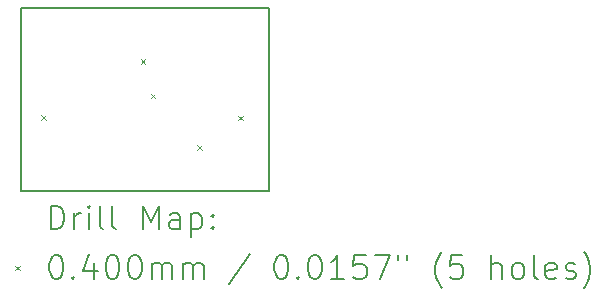
<source format=gbr>
%TF.GenerationSoftware,KiCad,Pcbnew,9.0.4*%
%TF.CreationDate,2025-11-17T08:26:55+00:00*%
%TF.ProjectId,MRF-Pro-v7-breakout-33,4d52462d-5072-46f2-9d76-372d62726561,rev?*%
%TF.SameCoordinates,Original*%
%TF.FileFunction,Drillmap*%
%TF.FilePolarity,Positive*%
%FSLAX45Y45*%
G04 Gerber Fmt 4.5, Leading zero omitted, Abs format (unit mm)*
G04 Created by KiCad (PCBNEW 9.0.4) date 2025-11-17 08:26:55*
%MOMM*%
%LPD*%
G01*
G04 APERTURE LIST*
%ADD10C,0.200000*%
%ADD11C,0.100000*%
G04 APERTURE END LIST*
D10*
X11732260Y-12288520D02*
X13832840Y-12288520D01*
X13832840Y-13835380D01*
X11732260Y-13835380D01*
X11732260Y-12288520D01*
D11*
X11905300Y-13193080D02*
X11945300Y-13233080D01*
X11945300Y-13193080D02*
X11905300Y-13233080D01*
X12745000Y-12715000D02*
X12785000Y-12755000D01*
X12785000Y-12715000D02*
X12745000Y-12755000D01*
X12830000Y-13010000D02*
X12870000Y-13050000D01*
X12870000Y-13010000D02*
X12830000Y-13050000D01*
X13225000Y-13445000D02*
X13265000Y-13485000D01*
X13265000Y-13445000D02*
X13225000Y-13485000D01*
X13569000Y-13195620D02*
X13609000Y-13235620D01*
X13609000Y-13195620D02*
X13569000Y-13235620D01*
D10*
X11983037Y-14156864D02*
X11983037Y-13956864D01*
X11983037Y-13956864D02*
X12030656Y-13956864D01*
X12030656Y-13956864D02*
X12059227Y-13966388D01*
X12059227Y-13966388D02*
X12078275Y-13985435D01*
X12078275Y-13985435D02*
X12087799Y-14004483D01*
X12087799Y-14004483D02*
X12097322Y-14042578D01*
X12097322Y-14042578D02*
X12097322Y-14071149D01*
X12097322Y-14071149D02*
X12087799Y-14109245D01*
X12087799Y-14109245D02*
X12078275Y-14128292D01*
X12078275Y-14128292D02*
X12059227Y-14147340D01*
X12059227Y-14147340D02*
X12030656Y-14156864D01*
X12030656Y-14156864D02*
X11983037Y-14156864D01*
X12183037Y-14156864D02*
X12183037Y-14023530D01*
X12183037Y-14061626D02*
X12192561Y-14042578D01*
X12192561Y-14042578D02*
X12202084Y-14033054D01*
X12202084Y-14033054D02*
X12221132Y-14023530D01*
X12221132Y-14023530D02*
X12240180Y-14023530D01*
X12306846Y-14156864D02*
X12306846Y-14023530D01*
X12306846Y-13956864D02*
X12297322Y-13966388D01*
X12297322Y-13966388D02*
X12306846Y-13975911D01*
X12306846Y-13975911D02*
X12316370Y-13966388D01*
X12316370Y-13966388D02*
X12306846Y-13956864D01*
X12306846Y-13956864D02*
X12306846Y-13975911D01*
X12430656Y-14156864D02*
X12411608Y-14147340D01*
X12411608Y-14147340D02*
X12402084Y-14128292D01*
X12402084Y-14128292D02*
X12402084Y-13956864D01*
X12535418Y-14156864D02*
X12516370Y-14147340D01*
X12516370Y-14147340D02*
X12506846Y-14128292D01*
X12506846Y-14128292D02*
X12506846Y-13956864D01*
X12763989Y-14156864D02*
X12763989Y-13956864D01*
X12763989Y-13956864D02*
X12830656Y-14099721D01*
X12830656Y-14099721D02*
X12897322Y-13956864D01*
X12897322Y-13956864D02*
X12897322Y-14156864D01*
X13078275Y-14156864D02*
X13078275Y-14052102D01*
X13078275Y-14052102D02*
X13068751Y-14033054D01*
X13068751Y-14033054D02*
X13049703Y-14023530D01*
X13049703Y-14023530D02*
X13011608Y-14023530D01*
X13011608Y-14023530D02*
X12992561Y-14033054D01*
X13078275Y-14147340D02*
X13059227Y-14156864D01*
X13059227Y-14156864D02*
X13011608Y-14156864D01*
X13011608Y-14156864D02*
X12992561Y-14147340D01*
X12992561Y-14147340D02*
X12983037Y-14128292D01*
X12983037Y-14128292D02*
X12983037Y-14109245D01*
X12983037Y-14109245D02*
X12992561Y-14090197D01*
X12992561Y-14090197D02*
X13011608Y-14080673D01*
X13011608Y-14080673D02*
X13059227Y-14080673D01*
X13059227Y-14080673D02*
X13078275Y-14071149D01*
X13173513Y-14023530D02*
X13173513Y-14223530D01*
X13173513Y-14033054D02*
X13192561Y-14023530D01*
X13192561Y-14023530D02*
X13230656Y-14023530D01*
X13230656Y-14023530D02*
X13249703Y-14033054D01*
X13249703Y-14033054D02*
X13259227Y-14042578D01*
X13259227Y-14042578D02*
X13268751Y-14061626D01*
X13268751Y-14061626D02*
X13268751Y-14118768D01*
X13268751Y-14118768D02*
X13259227Y-14137816D01*
X13259227Y-14137816D02*
X13249703Y-14147340D01*
X13249703Y-14147340D02*
X13230656Y-14156864D01*
X13230656Y-14156864D02*
X13192561Y-14156864D01*
X13192561Y-14156864D02*
X13173513Y-14147340D01*
X13354465Y-14137816D02*
X13363989Y-14147340D01*
X13363989Y-14147340D02*
X13354465Y-14156864D01*
X13354465Y-14156864D02*
X13344942Y-14147340D01*
X13344942Y-14147340D02*
X13354465Y-14137816D01*
X13354465Y-14137816D02*
X13354465Y-14156864D01*
X13354465Y-14033054D02*
X13363989Y-14042578D01*
X13363989Y-14042578D02*
X13354465Y-14052102D01*
X13354465Y-14052102D02*
X13344942Y-14042578D01*
X13344942Y-14042578D02*
X13354465Y-14033054D01*
X13354465Y-14033054D02*
X13354465Y-14052102D01*
D11*
X11682260Y-14465380D02*
X11722260Y-14505380D01*
X11722260Y-14465380D02*
X11682260Y-14505380D01*
D10*
X12021132Y-14376864D02*
X12040180Y-14376864D01*
X12040180Y-14376864D02*
X12059227Y-14386388D01*
X12059227Y-14386388D02*
X12068751Y-14395911D01*
X12068751Y-14395911D02*
X12078275Y-14414959D01*
X12078275Y-14414959D02*
X12087799Y-14453054D01*
X12087799Y-14453054D02*
X12087799Y-14500673D01*
X12087799Y-14500673D02*
X12078275Y-14538768D01*
X12078275Y-14538768D02*
X12068751Y-14557816D01*
X12068751Y-14557816D02*
X12059227Y-14567340D01*
X12059227Y-14567340D02*
X12040180Y-14576864D01*
X12040180Y-14576864D02*
X12021132Y-14576864D01*
X12021132Y-14576864D02*
X12002084Y-14567340D01*
X12002084Y-14567340D02*
X11992561Y-14557816D01*
X11992561Y-14557816D02*
X11983037Y-14538768D01*
X11983037Y-14538768D02*
X11973513Y-14500673D01*
X11973513Y-14500673D02*
X11973513Y-14453054D01*
X11973513Y-14453054D02*
X11983037Y-14414959D01*
X11983037Y-14414959D02*
X11992561Y-14395911D01*
X11992561Y-14395911D02*
X12002084Y-14386388D01*
X12002084Y-14386388D02*
X12021132Y-14376864D01*
X12173513Y-14557816D02*
X12183037Y-14567340D01*
X12183037Y-14567340D02*
X12173513Y-14576864D01*
X12173513Y-14576864D02*
X12163989Y-14567340D01*
X12163989Y-14567340D02*
X12173513Y-14557816D01*
X12173513Y-14557816D02*
X12173513Y-14576864D01*
X12354465Y-14443530D02*
X12354465Y-14576864D01*
X12306846Y-14367340D02*
X12259227Y-14510197D01*
X12259227Y-14510197D02*
X12383037Y-14510197D01*
X12497322Y-14376864D02*
X12516370Y-14376864D01*
X12516370Y-14376864D02*
X12535418Y-14386388D01*
X12535418Y-14386388D02*
X12544942Y-14395911D01*
X12544942Y-14395911D02*
X12554465Y-14414959D01*
X12554465Y-14414959D02*
X12563989Y-14453054D01*
X12563989Y-14453054D02*
X12563989Y-14500673D01*
X12563989Y-14500673D02*
X12554465Y-14538768D01*
X12554465Y-14538768D02*
X12544942Y-14557816D01*
X12544942Y-14557816D02*
X12535418Y-14567340D01*
X12535418Y-14567340D02*
X12516370Y-14576864D01*
X12516370Y-14576864D02*
X12497322Y-14576864D01*
X12497322Y-14576864D02*
X12478275Y-14567340D01*
X12478275Y-14567340D02*
X12468751Y-14557816D01*
X12468751Y-14557816D02*
X12459227Y-14538768D01*
X12459227Y-14538768D02*
X12449703Y-14500673D01*
X12449703Y-14500673D02*
X12449703Y-14453054D01*
X12449703Y-14453054D02*
X12459227Y-14414959D01*
X12459227Y-14414959D02*
X12468751Y-14395911D01*
X12468751Y-14395911D02*
X12478275Y-14386388D01*
X12478275Y-14386388D02*
X12497322Y-14376864D01*
X12687799Y-14376864D02*
X12706846Y-14376864D01*
X12706846Y-14376864D02*
X12725894Y-14386388D01*
X12725894Y-14386388D02*
X12735418Y-14395911D01*
X12735418Y-14395911D02*
X12744942Y-14414959D01*
X12744942Y-14414959D02*
X12754465Y-14453054D01*
X12754465Y-14453054D02*
X12754465Y-14500673D01*
X12754465Y-14500673D02*
X12744942Y-14538768D01*
X12744942Y-14538768D02*
X12735418Y-14557816D01*
X12735418Y-14557816D02*
X12725894Y-14567340D01*
X12725894Y-14567340D02*
X12706846Y-14576864D01*
X12706846Y-14576864D02*
X12687799Y-14576864D01*
X12687799Y-14576864D02*
X12668751Y-14567340D01*
X12668751Y-14567340D02*
X12659227Y-14557816D01*
X12659227Y-14557816D02*
X12649703Y-14538768D01*
X12649703Y-14538768D02*
X12640180Y-14500673D01*
X12640180Y-14500673D02*
X12640180Y-14453054D01*
X12640180Y-14453054D02*
X12649703Y-14414959D01*
X12649703Y-14414959D02*
X12659227Y-14395911D01*
X12659227Y-14395911D02*
X12668751Y-14386388D01*
X12668751Y-14386388D02*
X12687799Y-14376864D01*
X12840180Y-14576864D02*
X12840180Y-14443530D01*
X12840180Y-14462578D02*
X12849703Y-14453054D01*
X12849703Y-14453054D02*
X12868751Y-14443530D01*
X12868751Y-14443530D02*
X12897323Y-14443530D01*
X12897323Y-14443530D02*
X12916370Y-14453054D01*
X12916370Y-14453054D02*
X12925894Y-14472102D01*
X12925894Y-14472102D02*
X12925894Y-14576864D01*
X12925894Y-14472102D02*
X12935418Y-14453054D01*
X12935418Y-14453054D02*
X12954465Y-14443530D01*
X12954465Y-14443530D02*
X12983037Y-14443530D01*
X12983037Y-14443530D02*
X13002084Y-14453054D01*
X13002084Y-14453054D02*
X13011608Y-14472102D01*
X13011608Y-14472102D02*
X13011608Y-14576864D01*
X13106846Y-14576864D02*
X13106846Y-14443530D01*
X13106846Y-14462578D02*
X13116370Y-14453054D01*
X13116370Y-14453054D02*
X13135418Y-14443530D01*
X13135418Y-14443530D02*
X13163989Y-14443530D01*
X13163989Y-14443530D02*
X13183037Y-14453054D01*
X13183037Y-14453054D02*
X13192561Y-14472102D01*
X13192561Y-14472102D02*
X13192561Y-14576864D01*
X13192561Y-14472102D02*
X13202084Y-14453054D01*
X13202084Y-14453054D02*
X13221132Y-14443530D01*
X13221132Y-14443530D02*
X13249703Y-14443530D01*
X13249703Y-14443530D02*
X13268751Y-14453054D01*
X13268751Y-14453054D02*
X13278275Y-14472102D01*
X13278275Y-14472102D02*
X13278275Y-14576864D01*
X13668751Y-14367340D02*
X13497323Y-14624483D01*
X13925894Y-14376864D02*
X13944942Y-14376864D01*
X13944942Y-14376864D02*
X13963989Y-14386388D01*
X13963989Y-14386388D02*
X13973513Y-14395911D01*
X13973513Y-14395911D02*
X13983037Y-14414959D01*
X13983037Y-14414959D02*
X13992561Y-14453054D01*
X13992561Y-14453054D02*
X13992561Y-14500673D01*
X13992561Y-14500673D02*
X13983037Y-14538768D01*
X13983037Y-14538768D02*
X13973513Y-14557816D01*
X13973513Y-14557816D02*
X13963989Y-14567340D01*
X13963989Y-14567340D02*
X13944942Y-14576864D01*
X13944942Y-14576864D02*
X13925894Y-14576864D01*
X13925894Y-14576864D02*
X13906846Y-14567340D01*
X13906846Y-14567340D02*
X13897323Y-14557816D01*
X13897323Y-14557816D02*
X13887799Y-14538768D01*
X13887799Y-14538768D02*
X13878275Y-14500673D01*
X13878275Y-14500673D02*
X13878275Y-14453054D01*
X13878275Y-14453054D02*
X13887799Y-14414959D01*
X13887799Y-14414959D02*
X13897323Y-14395911D01*
X13897323Y-14395911D02*
X13906846Y-14386388D01*
X13906846Y-14386388D02*
X13925894Y-14376864D01*
X14078275Y-14557816D02*
X14087799Y-14567340D01*
X14087799Y-14567340D02*
X14078275Y-14576864D01*
X14078275Y-14576864D02*
X14068751Y-14567340D01*
X14068751Y-14567340D02*
X14078275Y-14557816D01*
X14078275Y-14557816D02*
X14078275Y-14576864D01*
X14211608Y-14376864D02*
X14230656Y-14376864D01*
X14230656Y-14376864D02*
X14249704Y-14386388D01*
X14249704Y-14386388D02*
X14259227Y-14395911D01*
X14259227Y-14395911D02*
X14268751Y-14414959D01*
X14268751Y-14414959D02*
X14278275Y-14453054D01*
X14278275Y-14453054D02*
X14278275Y-14500673D01*
X14278275Y-14500673D02*
X14268751Y-14538768D01*
X14268751Y-14538768D02*
X14259227Y-14557816D01*
X14259227Y-14557816D02*
X14249704Y-14567340D01*
X14249704Y-14567340D02*
X14230656Y-14576864D01*
X14230656Y-14576864D02*
X14211608Y-14576864D01*
X14211608Y-14576864D02*
X14192561Y-14567340D01*
X14192561Y-14567340D02*
X14183037Y-14557816D01*
X14183037Y-14557816D02*
X14173513Y-14538768D01*
X14173513Y-14538768D02*
X14163989Y-14500673D01*
X14163989Y-14500673D02*
X14163989Y-14453054D01*
X14163989Y-14453054D02*
X14173513Y-14414959D01*
X14173513Y-14414959D02*
X14183037Y-14395911D01*
X14183037Y-14395911D02*
X14192561Y-14386388D01*
X14192561Y-14386388D02*
X14211608Y-14376864D01*
X14468751Y-14576864D02*
X14354466Y-14576864D01*
X14411608Y-14576864D02*
X14411608Y-14376864D01*
X14411608Y-14376864D02*
X14392561Y-14405435D01*
X14392561Y-14405435D02*
X14373513Y-14424483D01*
X14373513Y-14424483D02*
X14354466Y-14434007D01*
X14649704Y-14376864D02*
X14554466Y-14376864D01*
X14554466Y-14376864D02*
X14544942Y-14472102D01*
X14544942Y-14472102D02*
X14554466Y-14462578D01*
X14554466Y-14462578D02*
X14573513Y-14453054D01*
X14573513Y-14453054D02*
X14621132Y-14453054D01*
X14621132Y-14453054D02*
X14640180Y-14462578D01*
X14640180Y-14462578D02*
X14649704Y-14472102D01*
X14649704Y-14472102D02*
X14659227Y-14491149D01*
X14659227Y-14491149D02*
X14659227Y-14538768D01*
X14659227Y-14538768D02*
X14649704Y-14557816D01*
X14649704Y-14557816D02*
X14640180Y-14567340D01*
X14640180Y-14567340D02*
X14621132Y-14576864D01*
X14621132Y-14576864D02*
X14573513Y-14576864D01*
X14573513Y-14576864D02*
X14554466Y-14567340D01*
X14554466Y-14567340D02*
X14544942Y-14557816D01*
X14725894Y-14376864D02*
X14859227Y-14376864D01*
X14859227Y-14376864D02*
X14773513Y-14576864D01*
X14925894Y-14376864D02*
X14925894Y-14414959D01*
X15002085Y-14376864D02*
X15002085Y-14414959D01*
X15297323Y-14653054D02*
X15287799Y-14643530D01*
X15287799Y-14643530D02*
X15268751Y-14614959D01*
X15268751Y-14614959D02*
X15259228Y-14595911D01*
X15259228Y-14595911D02*
X15249704Y-14567340D01*
X15249704Y-14567340D02*
X15240180Y-14519721D01*
X15240180Y-14519721D02*
X15240180Y-14481626D01*
X15240180Y-14481626D02*
X15249704Y-14434007D01*
X15249704Y-14434007D02*
X15259228Y-14405435D01*
X15259228Y-14405435D02*
X15268751Y-14386388D01*
X15268751Y-14386388D02*
X15287799Y-14357816D01*
X15287799Y-14357816D02*
X15297323Y-14348292D01*
X15468751Y-14376864D02*
X15373513Y-14376864D01*
X15373513Y-14376864D02*
X15363989Y-14472102D01*
X15363989Y-14472102D02*
X15373513Y-14462578D01*
X15373513Y-14462578D02*
X15392561Y-14453054D01*
X15392561Y-14453054D02*
X15440180Y-14453054D01*
X15440180Y-14453054D02*
X15459228Y-14462578D01*
X15459228Y-14462578D02*
X15468751Y-14472102D01*
X15468751Y-14472102D02*
X15478275Y-14491149D01*
X15478275Y-14491149D02*
X15478275Y-14538768D01*
X15478275Y-14538768D02*
X15468751Y-14557816D01*
X15468751Y-14557816D02*
X15459228Y-14567340D01*
X15459228Y-14567340D02*
X15440180Y-14576864D01*
X15440180Y-14576864D02*
X15392561Y-14576864D01*
X15392561Y-14576864D02*
X15373513Y-14567340D01*
X15373513Y-14567340D02*
X15363989Y-14557816D01*
X15716370Y-14576864D02*
X15716370Y-14376864D01*
X15802085Y-14576864D02*
X15802085Y-14472102D01*
X15802085Y-14472102D02*
X15792561Y-14453054D01*
X15792561Y-14453054D02*
X15773513Y-14443530D01*
X15773513Y-14443530D02*
X15744942Y-14443530D01*
X15744942Y-14443530D02*
X15725894Y-14453054D01*
X15725894Y-14453054D02*
X15716370Y-14462578D01*
X15925894Y-14576864D02*
X15906847Y-14567340D01*
X15906847Y-14567340D02*
X15897323Y-14557816D01*
X15897323Y-14557816D02*
X15887799Y-14538768D01*
X15887799Y-14538768D02*
X15887799Y-14481626D01*
X15887799Y-14481626D02*
X15897323Y-14462578D01*
X15897323Y-14462578D02*
X15906847Y-14453054D01*
X15906847Y-14453054D02*
X15925894Y-14443530D01*
X15925894Y-14443530D02*
X15954466Y-14443530D01*
X15954466Y-14443530D02*
X15973513Y-14453054D01*
X15973513Y-14453054D02*
X15983037Y-14462578D01*
X15983037Y-14462578D02*
X15992561Y-14481626D01*
X15992561Y-14481626D02*
X15992561Y-14538768D01*
X15992561Y-14538768D02*
X15983037Y-14557816D01*
X15983037Y-14557816D02*
X15973513Y-14567340D01*
X15973513Y-14567340D02*
X15954466Y-14576864D01*
X15954466Y-14576864D02*
X15925894Y-14576864D01*
X16106847Y-14576864D02*
X16087799Y-14567340D01*
X16087799Y-14567340D02*
X16078275Y-14548292D01*
X16078275Y-14548292D02*
X16078275Y-14376864D01*
X16259228Y-14567340D02*
X16240180Y-14576864D01*
X16240180Y-14576864D02*
X16202085Y-14576864D01*
X16202085Y-14576864D02*
X16183037Y-14567340D01*
X16183037Y-14567340D02*
X16173513Y-14548292D01*
X16173513Y-14548292D02*
X16173513Y-14472102D01*
X16173513Y-14472102D02*
X16183037Y-14453054D01*
X16183037Y-14453054D02*
X16202085Y-14443530D01*
X16202085Y-14443530D02*
X16240180Y-14443530D01*
X16240180Y-14443530D02*
X16259228Y-14453054D01*
X16259228Y-14453054D02*
X16268751Y-14472102D01*
X16268751Y-14472102D02*
X16268751Y-14491149D01*
X16268751Y-14491149D02*
X16173513Y-14510197D01*
X16344942Y-14567340D02*
X16363990Y-14576864D01*
X16363990Y-14576864D02*
X16402085Y-14576864D01*
X16402085Y-14576864D02*
X16421132Y-14567340D01*
X16421132Y-14567340D02*
X16430656Y-14548292D01*
X16430656Y-14548292D02*
X16430656Y-14538768D01*
X16430656Y-14538768D02*
X16421132Y-14519721D01*
X16421132Y-14519721D02*
X16402085Y-14510197D01*
X16402085Y-14510197D02*
X16373513Y-14510197D01*
X16373513Y-14510197D02*
X16354466Y-14500673D01*
X16354466Y-14500673D02*
X16344942Y-14481626D01*
X16344942Y-14481626D02*
X16344942Y-14472102D01*
X16344942Y-14472102D02*
X16354466Y-14453054D01*
X16354466Y-14453054D02*
X16373513Y-14443530D01*
X16373513Y-14443530D02*
X16402085Y-14443530D01*
X16402085Y-14443530D02*
X16421132Y-14453054D01*
X16497323Y-14653054D02*
X16506847Y-14643530D01*
X16506847Y-14643530D02*
X16525894Y-14614959D01*
X16525894Y-14614959D02*
X16535418Y-14595911D01*
X16535418Y-14595911D02*
X16544942Y-14567340D01*
X16544942Y-14567340D02*
X16554466Y-14519721D01*
X16554466Y-14519721D02*
X16554466Y-14481626D01*
X16554466Y-14481626D02*
X16544942Y-14434007D01*
X16544942Y-14434007D02*
X16535418Y-14405435D01*
X16535418Y-14405435D02*
X16525894Y-14386388D01*
X16525894Y-14386388D02*
X16506847Y-14357816D01*
X16506847Y-14357816D02*
X16497323Y-14348292D01*
M02*

</source>
